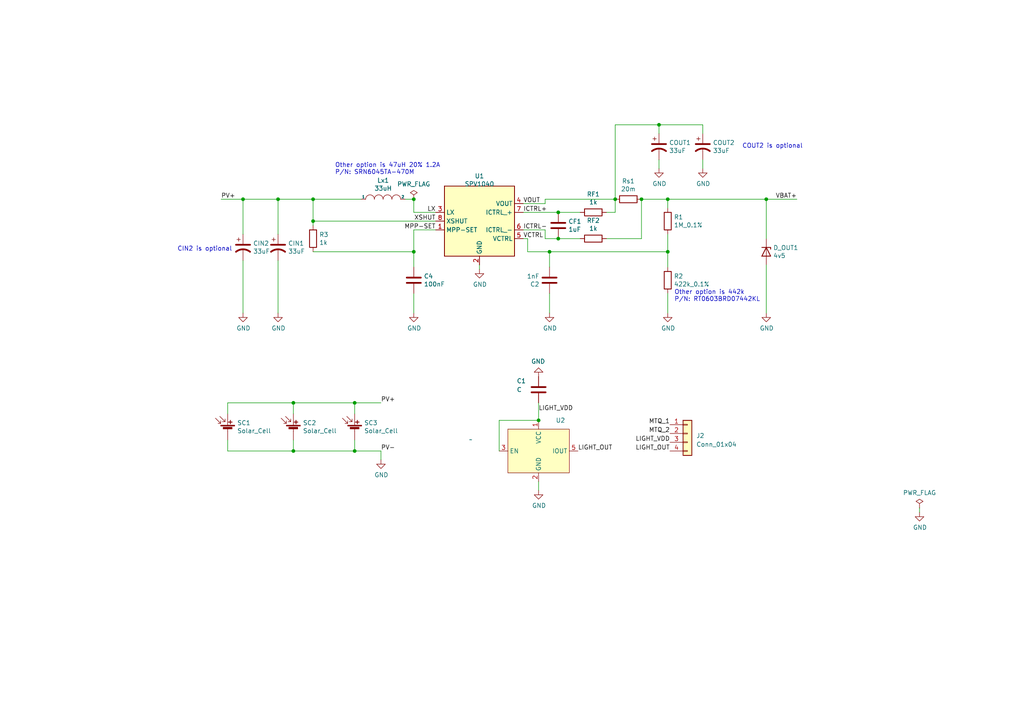
<source format=kicad_sch>
(kicad_sch (version 20230121) (generator eeschema)
  (paper "A4")
  (title_block (title "Side Solar Power Board") (date "2019-11-19") (comment 1 "CERN Open Hardware Licence v1.2 "))
  (lib_symbols
    (symbol "Connector_Generic:Conn_01x04" (pin_names (offset 1.016) hide)
      (property "Reference" "J" (at 0 5.08 0))
      (property "Value" "Conn_01x04" (at 0 -7.62 0))
      (symbol "Conn_01x04_1_1"
        (rectangle (start -1.27 -4.953) (end 0 -5.207) (stroke (width 0.1524)))
        (rectangle (start -1.27 -2.413) (end 0 -2.667) (stroke (width 0.1524)))
        (rectangle (start -1.27 0.127) (end 0 -0.127) (stroke (width 0.1524)))
        (rectangle (start -1.27 2.667) (end 0 2.413) (stroke (width 0.1524)))
        (rectangle (start -1.27 3.81) (end 1.27 -6.35) (stroke (width 0.254)) (fill (type background)))
        (pin passive line (at -5.08 2.54 0) (length 3.81) (name "Pin_1") (number "1"))
        (pin passive line (at -5.08 0 0) (length 3.81) (name "Pin_2") (number "2"))
        (pin passive line (at -5.08 -2.54 0) (length 3.81) (name "Pin_3") (number "3"))
        (pin passive line (at -5.08 -5.08 0) (length 3.81) (name "Pin_4") (number "4"))
      )
    )
    (symbol "Device:C" (pin_numbers hide) (pin_names (offset 0.254))
      (property "Reference" "C" (at 0.635 2.54 0))
      (property "Value" "C" (at 0.635 -2.54 0))
      (symbol "C_0_1"
        (polyline (pts (xy -2.032 -0.762) (xy 2.032 -0.762)) (stroke (width 0.508)))
        (polyline (pts (xy -2.032 0.762) (xy 2.032 0.762)) (stroke (width 0.508)))
      )
      (symbol "C_1_1"
        (pin passive line (at 0 3.81 270) (length 2.794) (name "~") (number "1"))
        (pin passive line (at 0 -3.81 90) (length 2.794) (name "~") (number "2"))
      )
    )
    (symbol "Device:D_Zener" (pin_numbers hide) (pin_names (offset 1.016) hide)
      (property "Reference" "D" (at 0 2.54 0))
      (property "Value" "D_Zener" (at 0 -2.54 0))
      (symbol "D_Zener_0_1"
        (polyline (pts (xy 1.27 0) (xy -1.27 0)))
        (polyline (pts (xy -1.27 -1.27) (xy -1.27 1.27) (xy -0.762 1.27)) (stroke (width 0.254)))
        (polyline (pts (xy 1.27 -1.27) (xy 1.27 1.27) (xy -1.27 0) (xy 1.27 -1.27)) (stroke (width 0.254)))
      )
      (symbol "D_Zener_1_1"
        (pin passive line (at -3.81 0 0) (length 2.54) (name "K") (number "1"))
        (pin passive line (at 3.81 0 180) (length 2.54) (name "A") (number "2"))
      )
    )
    (symbol "Device:R" (pin_numbers hide) (pin_names (offset 0))
      (property "Reference" "R" (at 2.032 0 90))
      (property "Value" "R" (at 0 0 90))
      (symbol "R_0_1"
        (rectangle (start -1.016 -2.54) (end 1.016 2.54) (stroke (width 0.254)))
      )
      (symbol "R_1_1"
        (pin passive line (at 0 3.81 270) (length 1.27) (name "~") (number "1"))
        (pin passive line (at 0 -3.81 90) (length 1.27) (name "~") (number "2"))
      )
    )
    (symbol "Device:Solar_Cell" (pin_numbers hide) (pin_names (offset 0) hide)
      (property "Reference" "SC" (at 2.54 2.54 0))
      (property "Value" "Solar_Cell" (at 2.54 0 0))
      (symbol "Solar_Cell_0_1"
        (rectangle (start -2.032 1.778) (end 2.032 1.524) (fill (type outline)))
        (rectangle (start -1.3208 1.1938) (end 1.27 0.6858) (fill (type outline)))
        (polyline (pts (xy -2.032 2.286) (xy -3.556 3.81)))
        (polyline (pts (xy -0.762 2.794) (xy -2.286 4.318)))
        (polyline (pts (xy 0 0.762) (xy 0 0)))
        (polyline (pts (xy 0 1.778) (xy 0 2.54)))
        (polyline (pts (xy 0.254 2.667) (xy 1.27 2.667)) (stroke (width 0.254)))
        (polyline (pts (xy 0.762 3.175) (xy 0.762 2.159)) (stroke (width 0.254)))
        (polyline (pts (xy -2.032 3.048) (xy -2.032 2.286) (xy -2.794 2.286)))
        (polyline (pts (xy -0.762 3.556) (xy -0.762 2.794) (xy -1.524 2.794)))
      )
      (symbol "Solar_Cell_1_1"
        (pin passive line (at 0 5.08 270) (length 2.54) (name "+") (number "1"))
        (pin passive line (at 0 -2.54 90) (length 2.54) (name "-") (number "2"))
      )
    )
    (symbol "POQUITO_Panel_Library:BH1682FVC"
      (property "Reference" "U" (at -19.685 3.302 0))
      (symbol "BH1682FVC_0_0"
        (pin input line (at 0 8.89 270) (length 2.54) (name "VCC") (number "1"))
        (pin input line (at 0 -8.89 90) (length 2.54) (name "GND") (number "2"))
        (pin input line (at -11.43 0 0) (length 2.54) (name "EN") (number "3"))
        (pin no_connect line (at -11.43 -3.81 0) (length 2.54) hide (name "NC") (number "4"))
        (pin output line (at 11.43 0 180) (length 2.54) (name "IOUT") (number "5"))
      )
      (symbol "BH1682FVC_0_1"
        (rectangle (start -8.89 6.35) (end 8.89 -6.35) (fill (type background)))
      )
    )
    (symbol "SideSolarPowerBoard-rescue:CP1-Device" (pin_numbers hide) (pin_names (offset 0.254) hide)
      (property "Reference" "C" (at 0.635 2.54 0))
      (property "Value" "Device_CP1" (at 0.635 -2.54 0))
      (symbol "CP1-Device_0_1"
        (polyline (pts (xy -2.032 0.762) (xy 2.032 0.762)) (stroke (width 0.508)))
        (polyline (pts (xy -1.778 2.286) (xy -0.762 2.286)))
        (polyline (pts (xy -1.27 1.778) (xy -1.27 2.794)))
        (arc (start 2.032 -1.27) (mid 0 -0.5572) (end -2.032 -1.27) (stroke (width 0.508)))
      )
      (symbol "CP1-Device_1_1"
        (pin passive line (at 0 3.81 270) (length 2.794) (name "~") (number "1"))
        (pin passive line (at 0 -3.81 90) (length 3.302) (name "~") (number "2"))
      )
    )
    (symbol "SideSolarPowerBoard-rescue:INDUCTOR-pspice" (pin_numbers hide) (pin_names (offset 0))
      (property "Reference" "L" (at 0 2.54 0))
      (property "Value" "pspice_INDUCTOR" (at 0 -1.27 0))
      (symbol "INDUCTOR-pspice_0_1"
        (arc (start -2.54 0) (mid -3.81 1.2645) (end -5.08 0))
        (arc (start 0 0) (mid -1.27 1.2645) (end -2.54 0))
        (arc (start 2.54 0) (mid 1.27 1.2645) (end 0 0))
        (arc (start 5.08 0) (mid 3.81 1.2645) (end 2.54 0))
      )
      (symbol "INDUCTOR-pspice_1_1"
        (pin input line (at -6.35 0 0) (length 1.27) (name "1") (number "1"))
        (pin input line (at 6.35 0 180) (length 1.27) (name "2") (number "2"))
      )
    )
    (symbol "SideSolarPowerBoard-rescue:SPV1040-lsf-kicad"
      (property "Reference" "U" (at 0 1.27 0))
      (property "Value" "lsf-kicad_SPV1040" (at 6.35 11.43 0))
      (symbol "SPV1040-lsf-kicad_0_1"
        (rectangle (start -10.16 10.16) (end 10.16 -10.16) (stroke (width 0.254)) (fill (type background)))
      )
      (symbol "SPV1040-lsf-kicad_1_1"
        (pin input line (at -12.7 -2.54 0) (length 2.54) (name "MPP-SET") (number "1"))
        (pin power_in line (at 0 -12.7 90) (length 2.54) (name "GND") (number "2"))
        (pin input line (at -12.7 2.54 0) (length 2.54) (name "LX") (number "3"))
        (pin power_out line (at 12.7 5.08 180) (length 2.54) (name "VOUT") (number "4"))
        (pin input line (at 12.7 -5.08 180) (length 2.54) (name "VCTRL") (number "5"))
        (pin input line (at 12.7 -2.54 180) (length 2.54) (name "ICTRL_-") (number "6"))
        (pin input line (at 12.7 2.54 180) (length 2.54) (name "ICTRL_+") (number "7"))
        (pin input line (at -12.7 0 0) (length 2.54) (name "XSHUT") (number "8"))
      )
    )
    (symbol "power:GND" (power) (pin_names (offset 0))
      (property "Value" "GND" (at 0 -3.81 0))
      (symbol "GND_0_1"
        (polyline (pts (xy 0 0) (xy 0 -1.27) (xy 1.27 -1.27) (xy 0 -2.54) (xy -1.27 -1.27) (xy 0 -1.27)))
      )
      (symbol "GND_1_1"
        (pin power_in line (at 0 0 270) (length 0) hide (name "GND") (number "1"))
      )
    )
    (symbol "power:PWR_FLAG" (power) (pin_numbers hide) (pin_names (offset 0) hide)
      (property "Value" "PWR_FLAG" (at 0 3.81 0))
      (symbol "PWR_FLAG_0_0"
        (pin power_out line (at 0 0 90) (length 0) (name "pwr") (number "1"))
      )
      (symbol "PWR_FLAG_0_1"
        (polyline (pts (xy 0 0) (xy 0 1.27) (xy -1.016 1.905) (xy 0 2.54) (xy 1.016 1.905) (xy 0 1.27)))
      )
    )
  )
  (junction (at 102.87 130.81))
  (junction (at 80.645 57.785))
  (junction (at 161.925 61.595))
  (junction (at 178.435 57.785))
  (junction (at 191.135 36.195))
  (junction (at 85.09 130.81))
  (junction (at 222.25 57.785))
  (junction (at 120.015 57.785))
  (junction (at 90.805 57.785))
  (junction (at 90.805 64.135))
  (junction (at 193.675 73.025))
  (junction (at 159.385 73.025))
  (junction (at 85.09 116.84))
  (junction (at 186.055 57.785))
  (junction (at 70.485 57.785))
  (junction (at 161.925 69.215))
  (junction (at 120.015 73.025))
  (junction (at 193.675 57.785))
  (junction (at 102.87 116.84))
  (junction (at 156.21 121.92))
  (wire (pts (xy 153.035 69.215) (xy 151.765 69.215)))
  (wire (pts (xy 153.035 73.025) (xy 153.035 69.215)))
  (wire (pts (xy 85.09 127.635) (xy 85.09 130.81)))
  (wire (pts (xy 159.385 77.47) (xy 159.385 73.025)))
  (wire (pts (xy 193.675 57.785) (xy 193.675 60.325)))
  (wire (pts (xy 80.645 67.945) (xy 80.645 57.785)))
  (wire (pts (xy 66.04 130.81) (xy 85.09 130.81)))
  (wire (pts (xy 186.055 69.215) (xy 186.055 57.785)))
  (wire (pts (xy 193.675 73.025) (xy 193.675 77.47)))
  (wire (pts (xy 161.925 61.595) (xy 168.275 61.595)))
  (wire (pts (xy 80.645 75.565) (xy 80.645 90.805)))
  (wire (pts (xy 117.475 57.785) (xy 120.015 57.785)))
  (wire (pts (xy 158.115 59.055) (xy 151.765 59.055)))
  (wire (pts (xy 178.435 57.785) (xy 158.115 57.785)))
  (wire (pts (xy 110.49 130.81) (xy 110.49 133.35)))
  (wire (pts (xy 102.87 127.635) (xy 102.87 130.81)))
  (wire (pts (xy 203.835 36.195) (xy 203.835 38.735)))
  (wire (pts (xy 70.485 57.785) (xy 80.645 57.785)))
  (wire (pts (xy 85.09 130.81) (xy 102.87 130.81)))
  (wire (pts (xy 85.09 116.84) (xy 102.87 116.84)))
  (wire (pts (xy 66.04 116.84) (xy 85.09 116.84)))
  (wire (pts (xy 120.015 73.025) (xy 90.805 73.025)))
  (wire (pts (xy 175.895 69.215) (xy 186.055 69.215)))
  (wire (pts (xy 222.25 76.835) (xy 222.25 90.805)))
  (wire (pts (xy 193.675 85.09) (xy 193.675 90.805)))
  (wire (pts (xy 102.87 130.81) (xy 110.49 130.81)))
  (wire (pts (xy 80.645 57.785) (xy 90.805 57.785)))
  (wire (pts (xy 70.485 75.565) (xy 70.485 90.805)))
  (wire (pts (xy 158.115 57.785) (xy 158.115 59.055)))
  (wire (pts (xy 178.435 36.195) (xy 191.135 36.195)))
  (wire (pts (xy 90.805 57.785) (xy 104.775 57.785)))
  (wire (pts (xy 66.04 127.635) (xy 66.04 130.81)))
  (wire (pts (xy 178.435 57.785) (xy 178.435 36.195)))
  (wire (pts (xy 90.805 64.135) (xy 126.365 64.135)))
  (wire (pts (xy 159.385 73.025) (xy 193.675 73.025)))
  (wire (pts (xy 66.04 120.015) (xy 66.04 116.84)))
  (wire (pts (xy 203.835 46.355) (xy 203.835 48.895)))
  (wire (pts (xy 222.25 69.215) (xy 222.25 57.785)))
  (wire (pts (xy 191.135 36.195) (xy 191.135 38.735)))
  (wire (pts (xy 144.78 121.92) (xy 156.21 121.92)))
  (wire (pts (xy 231.14 57.785) (xy 222.25 57.785)))
  (wire (pts (xy 266.7 148.59) (xy 266.7 147.32)))
  (wire (pts (xy 120.015 85.09) (xy 120.015 90.805)))
  (wire (pts (xy 161.925 69.215) (xy 168.275 69.215)))
  (wire (pts (xy 186.055 57.785) (xy 193.675 57.785)))
  (wire (pts (xy 175.895 61.595) (xy 178.435 61.595)))
  (wire (pts (xy 120.015 77.47) (xy 120.015 73.025)))
  (wire (pts (xy 102.87 120.015) (xy 102.87 116.84)))
  (wire (pts (xy 120.015 66.675) (xy 126.365 66.675)))
  (wire (pts (xy 193.675 67.945) (xy 193.675 73.025)))
  (wire (pts (xy 153.035 73.025) (xy 159.385 73.025)))
  (wire (pts (xy 144.78 130.81) (xy 144.78 121.92)))
  (wire (pts (xy 158.115 69.215) (xy 161.925 69.215)))
  (wire (pts (xy 120.015 61.595) (xy 126.365 61.595)))
  (wire (pts (xy 90.805 64.135) (xy 90.805 65.405)))
  (wire (pts (xy 191.135 46.355) (xy 191.135 48.895)))
  (wire (pts (xy 156.21 116.84) (xy 156.21 121.92)))
  (wire (pts (xy 178.435 61.595) (xy 178.435 57.785)))
  (wire (pts (xy 102.87 116.84) (xy 110.49 116.84)))
  (wire (pts (xy 151.765 61.595) (xy 161.925 61.595)))
  (wire (pts (xy 120.015 73.025) (xy 120.015 66.675)))
  (wire (pts (xy 64.135 57.785) (xy 70.485 57.785)))
  (wire (pts (xy 158.115 66.675) (xy 158.115 69.215)))
  (wire (pts (xy 85.09 120.015) (xy 85.09 116.84)))
  (wire (pts (xy 120.015 57.785) (xy 120.015 61.595)))
  (wire (pts (xy 159.385 85.09) (xy 159.385 90.805)))
  (wire (pts (xy 191.135 36.195) (xy 203.835 36.195)))
  (wire (pts (xy 151.765 66.675) (xy 158.115 66.675)))
  (wire (pts (xy 90.805 57.785) (xy 90.805 64.135)))
  (wire (pts (xy 193.675 57.785) (xy 222.25 57.785)))
  (wire (pts (xy 70.485 67.945) (xy 70.485 57.785)))
  (wire (pts (xy 139.065 78.105) (xy 139.065 76.835)))
  (wire (pts (xy 156.21 139.7) (xy 156.21 142.24)))
  (text "Other option is 47uH 20% 1.2A\nP/N: SRN6045TA-470M " (at 97.155 50.8 0) (effects (font (size 1.27 1.27)) (justify left bottom)))
  (text "CIN2 is optional" (at 51.435 73.025 0) (effects (font (size 1.27 1.27)) (justify left bottom)))
  (text "COUT2 is optional" (at 215.265 43.18 0) (effects (font (size 1.27 1.27)) (justify left bottom)))
  (text "Other option is 442k\nP/N: RT0603BRD07442KL " (at 195.58 87.63 0) (effects (font (size 1.27 1.27)) (justify left bottom)))
  (label "PV+" (at 64.135 57.785 0))
  (label "ICTRL-" (at 151.765 66.675 0))
  (label "XSHUT" (at 126.365 64.135 180))
  (label "ICTRL+" (at 151.765 61.595 0))
  (label "LIGHT_VDD" (at 194.31 128.27 180))
  (label "LIGHT_OUT" (at 167.64 130.81 0))
  (label "LIGHT_OUT" (at 194.31 130.81 180))
  (label "VCTRL" (at 151.765 69.215 0))
  (label "LX" (at 126.365 61.595 180))
  (label "MPP-SET" (at 126.365 66.675 180))
  (label "LIGHT_VDD" (at 156.21 119.38 0))
  (label "MTQ_1" (at 194.31 123.19 180))
  (label "VOUT" (at 151.765 59.055 0))
  (label "PV+" (at 110.49 116.84 0))
  (label "VBAT+" (at 231.14 57.785 180))
  (label "PV-" (at 110.49 130.81 0))
  (label "MTQ_2" (at 194.31 125.73 180))
  (symbol (lib_id "SideSolarPowerBoard-rescue:INDUCTOR-pspice") (at 111.125 57.785 0) (unit 1)
    (property "Reference" "Lx1" (at 111.125 52.324 0))
    (property "Value" "33uH" (at 111.125 54.6354 0))
    (property "Footprint" "Inductor_SMD:L_Bourns_SRN6045TA" (effects hide))
    (property "MPN" "SRN6045TA-330M" (effects hide))
  )
  (symbol (lib_id "Device:R") (at 90.805 69.215 0) (unit 1)
    (property "Reference" "R3" (at 92.583 68.0466 0) (effects (justify left)))
    (property "Value" "1k" (at 92.583 70.358 0) (effects (justify left)))
    (property "Footprint" "Resistor_SMD:R_0603_1608Metric" (effects hide))
    (property "MPN" "CRCW06031K00FKEA" (effects hide))
  )
  (symbol (lib_id "SideSolarPowerBoard-rescue:CP1-Device") (at 203.835 42.545 0) (unit 1)
    (property "Reference" "COUT2" (at 206.756 41.3766 0) (effects (justify left)))
    (property "Value" "33uF" (at 206.756 43.688 0) (effects (justify left)))
    (property "Footprint" "Capacitor_SMD:C_0805_2012Metric" (effects hide))
    (property "MPN" "C2012X5R1A336M125AC" (effects hide))
  )
  (symbol (lib_id "Device:D_Zener") (at 222.25 73.025 270) (unit 1)
    (property "Reference" "D_OUT1" (at 224.2566 71.8566 90) (effects (justify left)))
    (property "Value" "4v5" (at 224.2566 74.168 90) (effects (justify left)))
    (property "Footprint" "lsf-kicad-lib:DO-222AA" (effects hide))
    (property "MPN" " SMM4F5.0A-TR " (effects hide))
  )
  (symbol (lib_id "Device:C") (at 120.015 81.28 0) (unit 1)
    (property "Reference" "C4" (at 122.936 80.1116 0) (effects (justify left)))
    (property "Value" "100nF" (at 122.936 82.423 0) (effects (justify left)))
    (property "Footprint" "Capacitor_SMD:C_0603_1608Metric" (effects hide))
    (property "MPN" "C0603C104K8RACTU" (effects hide))
  )
  (symbol (lib_id "power:GND") (at 139.065 78.105 0) (unit 1)
    (property "Reference" "#PWR01" (effects hide))
    (property "Value" "GND" (at 139.192 82.4992 0))
  )
  (symbol (lib_id "SideSolarPowerBoard-rescue:CP1-Device") (at 80.645 71.755 0) (unit 1)
    (property "Reference" "CIN1" (at 83.566 70.5866 0) (effects (justify left)))
    (property "Value" "33uF" (at 83.566 72.898 0) (effects (justify left)))
    (property "Footprint" "Capacitor_SMD:C_0805_2012Metric" (effects hide))
    (property "MPN" "C2012X5R1A336M125AC" (effects hide))
  )
  (symbol (lib_id "Device:C") (at 161.925 65.405 0) (unit 1)
    (property "Reference" "CF1" (at 164.846 64.2366 0) (effects (justify left)))
    (property "Value" "1uF" (at 164.846 66.548 0) (effects (justify left)))
    (property "Footprint" "Capacitor_SMD:C_0603_1608Metric" (effects hide))
    (property "MPN" "C0603C105M8RACAUTO" (effects hide))
  )
  (symbol (lib_id "Device:R") (at 172.085 61.595 270) (unit 1)
    (property "Reference" "RF1" (at 172.085 56.3372 90))
    (property "Value" "1k" (at 172.085 58.6486 90))
    (property "Footprint" "Resistor_SMD:R_0603_1608Metric" (effects hide))
    (property "MPN" "CRCW06031K00FKEA" (effects hide))
  )
  (symbol (lib_id "Device:R") (at 172.085 69.215 270) (unit 1)
    (property "Reference" "RF2" (at 172.085 63.9572 90))
    (property "Value" "1k" (at 172.085 66.2686 90))
    (property "Footprint" "Resistor_SMD:R_0603_1608Metric" (effects hide))
    (property "MPN" "CRCW06031K00FKEA" (effects hide))
  )
  (symbol (lib_id "Device:R") (at 182.245 57.785 270) (unit 1)
    (property "Reference" "Rs1" (at 182.245 52.5272 90))
    (property "Value" "20m" (at 182.245 54.8386 90))
    (property "Footprint" "Resistor_SMD:R_0603_1608Metric" (effects hide))
    (property "MPN" "RCWE060320L0FQEA" (effects hide))
  )
  (symbol (lib_id "Device:C") (at 159.385 81.28 180) (unit 1)
    (property "Reference" "C2" (at 156.464 82.4484 0) (effects (justify left)))
    (property "Value" "1nF" (at 156.464 80.137 0) (effects (justify left)))
    (property "Footprint" "Capacitor_SMD:C_0603_1608Metric" (effects hide))
    (property "MPN" "C0603C102J8HACTU" (effects hide))
  )
  (symbol (lib_id "Device:R") (at 193.675 64.135 0) (unit 1)
    (property "Reference" "R1" (at 195.453 62.9666 0) (effects (justify left)))
    (property "Value" "1M_0.1%" (at 195.453 65.278 0) (effects (justify left)))
    (property "Footprint" "Resistor_SMD:R_0603_1608Metric" (effects hide))
    (property "MPN" "RN73H1JTTD1004B25" (effects hide))
  )
  (symbol (lib_id "Device:R") (at 193.675 81.28 0) (unit 1)
    (property "Reference" "R2" (at 195.453 80.1116 0) (effects (justify left)))
    (property "Value" "422k_0.1%" (at 195.453 82.423 0) (effects (justify left)))
    (property "Footprint" "Resistor_SMD:R_0603_1608Metric" (effects hide))
    (property "MPN" "RN73H1JTTD4223B25" (effects hide))
  )
  (symbol (lib_id "SideSolarPowerBoard-rescue:SPV1040-lsf-kicad") (at 139.065 64.135 0) (unit 1)
    (property "Reference" "U1" (at 139.065 51.054 0))
    (property "Value" "SPV1040" (at 139.065 53.3654 0))
    (property "Footprint" "Package_SO:TSSOP-8_4.4x3mm_P0.65mm" (effects hide))
    (property "Datasheet" "https://www.st.com/resource/en/datasheet/spv1040.pdf" (effects hide))
    (property "MPN" "SPV1040TTR" (effects hide))
  )
  (symbol (lib_id "SideSolarPowerBoard-rescue:CP1-Device") (at 191.135 42.545 0) (unit 1)
    (property "Reference" "COUT1" (at 194.056 41.3766 0) (effects (justify left)))
    (property "Value" "33uF" (at 194.056 43.688 0) (effects (justify left)))
    (property "Footprint" "Capacitor_SMD:C_0805_2012Metric" (effects hide))
    (property "MPN" "C2012X5R1A336M125AC" (effects hide))
  )
  (symbol (lib_id "power:GND") (at 191.135 48.895 0) (unit 1)
    (property "Reference" "#PWR0102" (effects hide))
    (property "Value" "GND" (at 191.262 53.2892 0))
  )
  (symbol (lib_id "power:PWR_FLAG") (at 266.7 147.32 0) (unit 1)
    (property "Reference" "#FLG0101" (effects hide))
    (property "Value" "PWR_FLAG" (at 266.7 142.9258 0))
  )
  (symbol (lib_id "power:GND") (at 266.7 148.59 0) (unit 1)
    (property "Reference" "#PWR0101" (effects hide))
    (property "Value" "GND" (at 266.827 152.9842 0))
  )
  (symbol (lib_id "power:GND") (at 203.835 48.895 0) (unit 1)
    (property "Reference" "#PWR0103" (effects hide))
    (property "Value" "GND" (at 203.962 53.2892 0))
  )
  (symbol (lib_id "Device:Solar_Cell") (at 66.04 125.095 0) (unit 1)
    (property "Reference" "SC1" (at 68.7832 122.6566 0) (effects (justify left)))
    (property "Value" "Solar_Cell" (at 68.7832 124.968 0) (effects (justify left)))
    (property "Footprint" "lsf-kicad-lib:SM141K04LV" (effects hide))
    (property "MPN" "SM141K04LV" (effects hide))
  )
  (symbol (lib_id "Device:Solar_Cell") (at 85.09 125.095 0) (unit 1)
    (property "Reference" "SC2" (at 87.8332 122.6566 0) (effects (justify left)))
    (property "Value" "Solar_Cell" (at 87.8332 124.968 0) (effects (justify left)))
    (property "Footprint" "lsf-kicad-lib:SM141K04LV" (effects hide))
    (property "MPN" "SM141K04LV" (effects hide))
  )
  (symbol (lib_id "Device:Solar_Cell") (at 102.87 125.095 0) (unit 1)
    (property "Reference" "SC3" (at 105.6132 122.6566 0) (effects (justify left)))
    (property "Value" "Solar_Cell" (at 105.6132 124.968 0) (effects (justify left)))
    (property "Footprint" "lsf-kicad-lib:SM141K04LV" (effects hide))
    (property "MPN" "SM141K04LV" (effects hide))
  )
  (symbol (lib_id "power:GND") (at 120.015 90.805 0) (unit 1)
    (property "Reference" "#PWR0104" (effects hide))
    (property "Value" "GND" (at 120.142 95.1992 0))
  )
  (symbol (lib_id "power:GND") (at 159.385 90.805 0) (unit 1)
    (property "Reference" "#PWR0105" (effects hide))
    (property "Value" "GND" (at 159.512 95.1992 0))
  )
  (symbol (lib_id "power:GND") (at 193.675 90.805 0) (unit 1)
    (property "Reference" "#PWR0106" (effects hide))
    (property "Value" "GND" (at 193.802 95.1992 0))
  )
  (symbol (lib_id "power:GND") (at 222.25 90.805 0) (unit 1)
    (property "Reference" "#PWR0107" (effects hide))
    (property "Value" "GND" (at 222.377 95.1992 0))
  )
  (symbol (lib_id "SideSolarPowerBoard-rescue:CP1-Device") (at 70.485 71.755 0) (unit 1)
    (property "Reference" "CIN2" (at 73.406 70.5866 0) (effects (justify left)))
    (property "Value" "33uF" (at 73.406 72.898 0) (effects (justify left)))
    (property "Footprint" "Capacitor_SMD:C_0805_2012Metric" (effects hide))
    (property "MPN" "C2012X5R1A336M125AC" (effects hide))
  )
  (symbol (lib_id "power:GND") (at 80.645 90.805 0) (unit 1)
    (property "Reference" "#PWR0108" (effects hide))
    (property "Value" "GND" (at 80.772 95.1992 0))
  )
  (symbol (lib_id "power:GND") (at 70.485 90.805 0) (unit 1)
    (property "Reference" "#PWR0109" (effects hide))
    (property "Value" "GND" (at 70.612 95.1992 0))
  )
  (symbol (lib_id "power:GND") (at 110.49 133.35 0) (unit 1)
    (property "Reference" "#PWR0111" (effects hide))
    (property "Value" "GND" (at 110.617 137.7442 0))
  )
  (symbol (lib_id "power:PWR_FLAG") (at 120.015 57.785 0) (unit 1)
    (property "Reference" "#FLG0102" (effects hide))
    (property "Value" "PWR_FLAG" (at 120.015 53.3908 0))
  )
  (symbol (lib_id "Device:C") (at 156.21 113.03 180) (unit 1)
    (property "Reference" "C1" (at 149.86 110.49 0) (effects (justify right)))
    (property "Value" "C" (at 149.86 113.03 0) (effects (justify right)))
    (property "Footprint" "Capacitor_SMD:C_0402_1005Metric_Pad0.74x0.62mm_HandSolder" (effects hide))
  )
  (symbol (lib_id "POQUITO_Panel_Library:BH1682FVC") (at 156.21 130.81 0) (unit 1)
    (property "Reference" "U2" (at 162.56 121.92 0))
    (property "Value" "~" (at 136.525 127.508 0))
    (property "Footprint" "POQUITO_Panel_Library:WSOF-5" (effects hide))
    (property "Datasheet" "https://fscdn.rohm.com/en/products/databook/datasheet/ic/sensor/light/bh1682fvc-e.pdf" (effects hide))
  )
  (symbol (lib_id "power:GND") (at 156.21 142.24 0) (unit 1)
    (property "Reference" "#PWR02" (effects hide))
    (property "Value" "GND" (at 156.337 146.6342 0))
  )
  (symbol (lib_id "Connector_Generic:Conn_01x04") (at 199.39 125.73 0) (unit 1)
    (property "Reference" "J2" (at 201.93 126.365 0) (effects (justify left)))
    (property "Value" "Conn_01x04" (at 201.93 128.905 0) (effects (justify left)))
    (property "Footprint" "Connector_Molex:Molex_PicoBlade_53398-0471_1x04-1MP_P1.25mm_Vertical" (effects hide))
  )
  (symbol (lib_id "power:GND") (at 156.21 109.22 180) (unit 1)
    (property "Reference" "#PWR03" (effects hide))
    (property "Value" "GND" (at 156.083 104.8258 0))
  )
)
</source>
